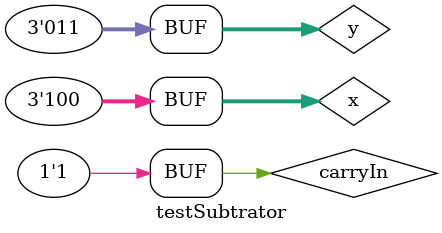
<source format=v>


// subtrator 3 bits

//--meia diferença
module meiaDiferenca(output carry_out,output s,input a,input b);
	wire w;
	xor(s,a,b);
	not(w,a);
	and(carry_out,w,b);
endmodule 

//--subtrator completo
module subtrator(output carry_out, output s, input a, input b, carry_in);
		wire s1, co1, co2;
		meiaDiferenca MD1 (co1, s1, a, b);
		meiaDiferenca MD2 (co2, s, s1, carry_in);
		or(carry_out, co2, co1);
endmodule

//--subtrator para 3bits
module subtrator3bits (output carry_out, output[2:0] s,
 input[2:0] a, input[2:0] b, input carry_in);

	wire co1,co2,co3;
	subtrator S0 (co1, s[0], a[0], b[0], carry_in);
	subtrator S1 (co2, s[1], a[1], b[1], co1);
	subtrator S2 (carry_out, s[2], a[2], b[2], co2);
endmodule

//--teste
module testSubtrator;

//--instancias
reg carryIn;
reg [2:0] x;
reg [2:0] y;
wire [2:0] diferenca;
wire carryOut;

subtrator3bits S3b (carryOut, diferenca, x, y, carryIn);

initial begin
$display("Exemplo0022 - Átila Martins Silva Júnior - 449014");
$display("Test ALUs Subtracao 3 bits");
carryIn = 0; x = 3'b001; y = 3'b001; 
$monitor("carry_in: %b\ta: %b\tb: %b\ts: %b\tcarry_out: %b",carryIn, x, y, diferenca, carryOut);
#1 carryIn = 0; x = 3'b101; y = 3'b001; 
#1 carryIn = 0; x = 3'b111; y = 3'b001;
#1 carryIn = 1; x = 3'b101; y = 3'b101;
#1 carryIn = 1; x = 3'b100; y = 3'b011;
end
endmodule
</source>
